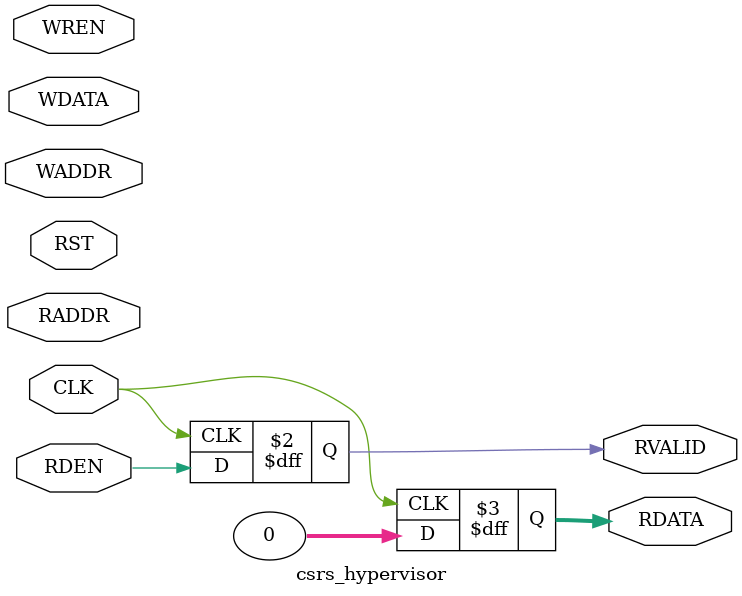
<source format=v>
module csrs_hypervisor
    (
        /* ----- 制御 ----- */
        input wire CLK,
        input wire RST,

        /* ----- CSRアクセス ----- */
        // 読み
        input wire          RDEN,
        input wire  [11:0]  RADDR,
        output reg          RVALID,
        output reg  [31:0]  RDATA,

        // 書き
        input wire          WREN,
        input wire  [11:0]  WADDR,
        input wire  [31:0]  WDATA
    );

    // reg [31:0] csr [0:1023];

    always @ (posedge CLK) begin
        RVALID <= RDEN;
        RDATA <= 32'b0;
    end

endmodule

</source>
